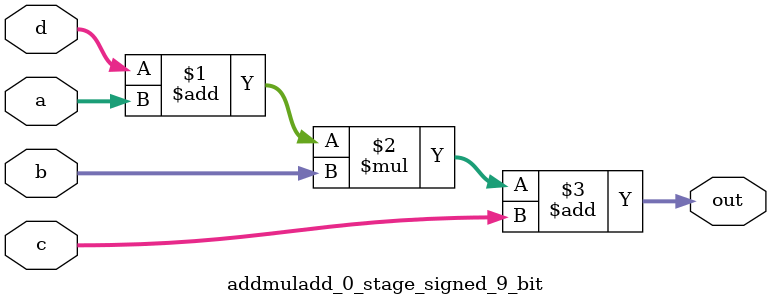
<source format=sv>
(* use_dsp = "yes" *) module addmuladd_0_stage_signed_9_bit(
	input signed [8:0] a,
	input signed [8:0] b,
	input signed [8:0] c,
	input signed [8:0] d,
	output [8:0] out
	);

	assign out = ((d + a) * b) + c;
endmodule

</source>
